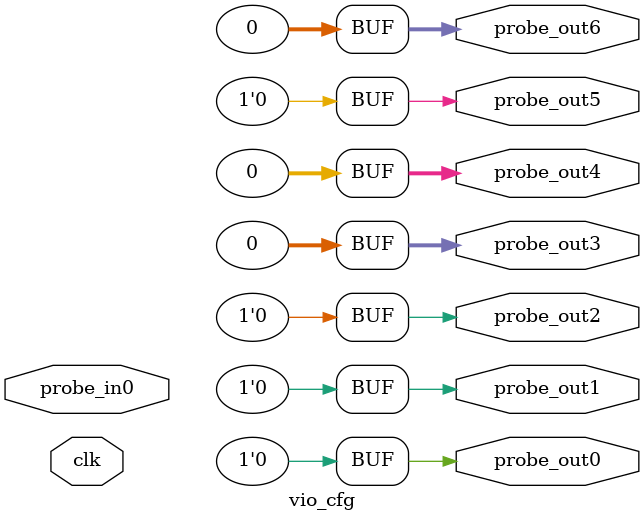
<source format=v>
`timescale 1ns / 1ps
module vio_cfg (
clk,
probe_in0,
probe_out0,
probe_out1,
probe_out2,
probe_out3,
probe_out4,
probe_out5,
probe_out6
);

input clk;
input [31 : 0] probe_in0;

output reg [0 : 0] probe_out0 = 'h0 ;
output reg [0 : 0] probe_out1 = 'h0 ;
output reg [0 : 0] probe_out2 = 'h0 ;
output reg [31 : 0] probe_out3 = 'h00000000 ;
output reg [31 : 0] probe_out4 = 'h00000000 ;
output reg [0 : 0] probe_out5 = 'h0 ;
output reg [31 : 0] probe_out6 = 'h00000000 ;


endmodule

</source>
